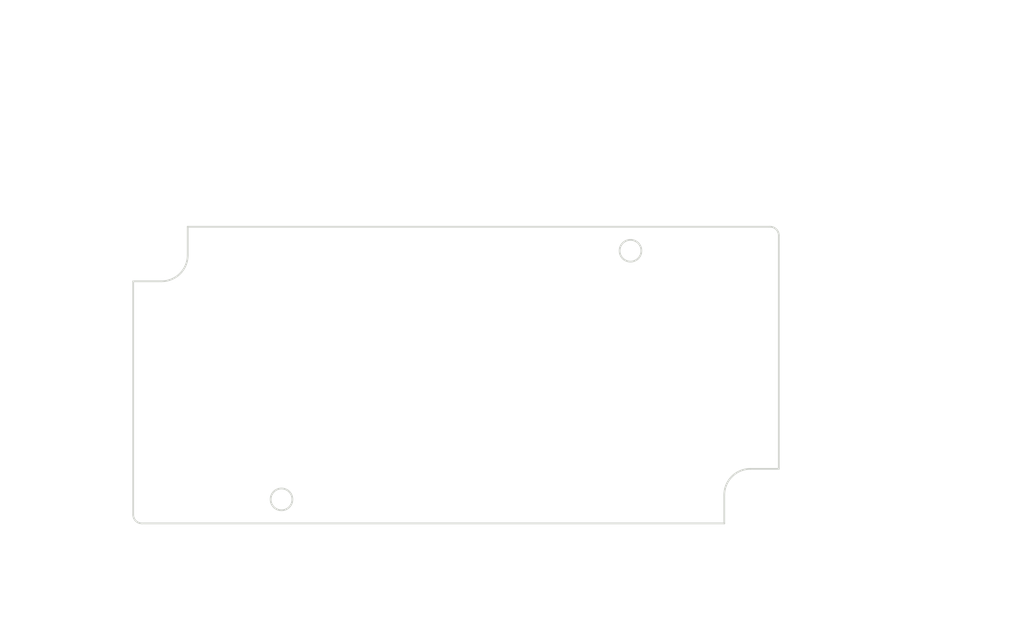
<source format=kicad_pcb>
(kicad_pcb (version 20171130) (host pcbnew "(5.1.0)-1")

  (general
    (thickness 1.6)
    (drawings 71)
    (tracks 0)
    (zones 0)
    (modules 0)
    (nets 1)
  )

  (page A4)
  (layers
    (0 F.Cu signal)
    (31 B.Cu signal)
    (32 B.Adhes user)
    (33 F.Adhes user)
    (34 B.Paste user)
    (35 F.Paste user)
    (36 B.SilkS user)
    (37 F.SilkS user)
    (38 B.Mask user)
    (39 F.Mask user)
    (40 Dwgs.User user)
    (41 Cmts.User user)
    (42 Eco1.User user)
    (43 Eco2.User user)
    (44 Edge.Cuts user)
    (45 Margin user)
    (46 B.CrtYd user)
    (47 F.CrtYd user)
    (48 B.Fab user)
    (49 F.Fab user)
  )

  (setup
    (last_trace_width 0.25)
    (trace_clearance 0.2)
    (zone_clearance 0.508)
    (zone_45_only no)
    (trace_min 0.2)
    (via_size 0.8)
    (via_drill 0.4)
    (via_min_size 0.4)
    (via_min_drill 0.3)
    (uvia_size 0.3)
    (uvia_drill 0.1)
    (uvias_allowed no)
    (uvia_min_size 0.2)
    (uvia_min_drill 0.1)
    (edge_width 0.05)
    (segment_width 0.2)
    (pcb_text_width 0.3)
    (pcb_text_size 1.5 1.5)
    (mod_edge_width 0.12)
    (mod_text_size 1 1)
    (mod_text_width 0.15)
    (pad_size 1.524 1.524)
    (pad_drill 0.762)
    (pad_to_mask_clearance 0.051)
    (solder_mask_min_width 0.25)
    (aux_axis_origin 0 0)
    (visible_elements FFFFFF7F)
    (pcbplotparams
      (layerselection 0x010fc_ffffffff)
      (usegerberextensions false)
      (usegerberattributes false)
      (usegerberadvancedattributes false)
      (creategerberjobfile false)
      (excludeedgelayer true)
      (linewidth 0.152400)
      (plotframeref false)
      (viasonmask false)
      (mode 1)
      (useauxorigin false)
      (hpglpennumber 1)
      (hpglpenspeed 20)
      (hpglpendiameter 15.000000)
      (psnegative false)
      (psa4output false)
      (plotreference true)
      (plotvalue true)
      (plotinvisibletext false)
      (padsonsilk false)
      (subtractmaskfromsilk false)
      (outputformat 1)
      (mirror false)
      (drillshape 1)
      (scaleselection 1)
      (outputdirectory ""))
  )

  (net 0 "")

  (net_class Default "This is the default net class."
    (clearance 0.2)
    (trace_width 0.25)
    (via_dia 0.8)
    (via_drill 0.4)
    (uvia_dia 0.3)
    (uvia_drill 0.1)
  )

  (gr_line (start 171.572012 122.448606) (end 104.822012 122.448606) (layer Edge.Cuts) (width 0.2))
  (gr_arc (start 104.822012 121.448606) (end 103.822012 121.448606) (angle -90) (layer Edge.Cuts) (width 0.2))
  (gr_line (start 103.822012 121.448606) (end 103.822012 94.698606) (layer Edge.Cuts) (width 0.2))
  (gr_line (start 103.822012 94.698606) (end 107.072012 94.698606) (layer Edge.Cuts) (width 0.2))
  (gr_arc (start 107.072012 91.698606) (end 107.072012 94.698606) (angle -90) (layer Edge.Cuts) (width 0.2))
  (gr_line (start 110.072012 91.698606) (end 110.072012 88.448606) (layer Edge.Cuts) (width 0.2))
  (gr_line (start 110.072012 88.448606) (end 176.822012 88.448606) (layer Edge.Cuts) (width 0.2))
  (gr_arc (start 176.822012 89.448606) (end 177.822012 89.448606) (angle -90) (layer Edge.Cuts) (width 0.2))
  (gr_line (start 177.822012 89.448606) (end 177.822012 116.198606) (layer Edge.Cuts) (width 0.2))
  (gr_line (start 177.822012 116.198606) (end 174.572012 116.198606) (layer Edge.Cuts) (width 0.2))
  (gr_arc (start 174.572012 119.198606) (end 174.572012 116.198606) (angle -90) (layer Edge.Cuts) (width 0.2))
  (gr_line (start 171.572012 119.198606) (end 171.572012 122.448606) (layer Edge.Cuts) (width 0.2))
  (gr_circle (center 160.822012 91.198606) (end 162.072012 91.198606) (layer Edge.Cuts) (width 0.2))
  (gr_circle (center 120.822012 119.698606) (end 122.072012 119.698606) (layer Edge.Cuts) (width 0.2))
  (gr_text [1.09] (at 193.324546 101.713067) (layer Dwgs.User)
    (effects (font (size 1.7 1.53) (thickness 0.2125)))
  )
  (gr_text " 27.75" (at 193.324546 98.155632) (layer Dwgs.User)
    (effects (font (size 1.7 1.53) (thickness 0.2125)))
  )
  (gr_line (start 193.324546 114.198606) (end 193.324546 103.381041) (layer Dwgs.User) (width 0.2))
  (gr_line (start 193.324546 90.448606) (end 193.324546 96.266171) (layer Dwgs.User) (width 0.2))
  (gr_line (start 178.822012 116.198606) (end 196.499546 116.198606) (layer Dwgs.User) (width 0.2))
  (gr_line (start 177.822012 88.448606) (end 196.499546 88.448606) (layer Dwgs.User) (width 0.2))
  (gr_text [1.34] (at 201.918876 108.205128) (layer Dwgs.User)
    (effects (font (size 1.7 1.53) (thickness 0.2125)))
  )
  (gr_text " 34.00" (at 201.918876 104.647113) (layer Dwgs.User)
    (effects (font (size 1.7 1.53) (thickness 0.2125)))
  )
  (gr_line (start 201.918876 120.448606) (end 201.918876 109.873682) (layer Dwgs.User) (width 0.2))
  (gr_line (start 201.918876 90.448606) (end 201.918876 102.757651) (layer Dwgs.User) (width 0.2))
  (gr_line (start 172.572012 122.448606) (end 205.093876 122.448606) (layer Dwgs.User) (width 0.2))
  (gr_line (start 177.822012 88.448606) (end 205.093876 88.448606) (layer Dwgs.User) (width 0.2))
  (gr_text [R0.04] (at 93.054898 128.406934) (layer Dwgs.User)
    (effects (font (size 1.7 1.53) (thickness 0.2125)))
  )
  (gr_text " R1.00" (at 93.054898 124.849499) (layer Dwgs.User)
    (effects (font (size 1.7 1.53) (thickness 0.2125)))
  )
  (gr_line (start 99.525669 126.517473) (end 102.654659 123.522872) (layer Dwgs.User) (width 0.2))
  (gr_line (start 97.525669 126.517473) (end 99.525669 126.517473) (layer Dwgs.User) (width 0.2))
  (gr_text [R0.12] (at 119.191167 97.722769) (layer Dwgs.User)
    (effects (font (size 1.7 1.53) (thickness 0.2125)))
  )
  (gr_text " R3.00" (at 119.191167 94.164754) (layer Dwgs.User)
    (effects (font (size 1.7 1.53) (thickness 0.2125)))
  )
  (gr_line (start 112.720396 95.833308) (end 111.106572 94.651964) (layer Dwgs.User) (width 0.2))
  (gr_line (start 114.720396 95.833308) (end 112.720396 95.833308) (layer Dwgs.User) (width 0.2))
  (gr_text [.11] (at 183.129144 101.0604) (layer Dwgs.User)
    (effects (font (size 1.7 1.53) (thickness 0.2125)))
  )
  (gr_text " 2.75" (at 183.129144 97.502964) (layer Dwgs.User)
    (effects (font (size 1.7 1.53) (thickness 0.2125)))
  )
  (gr_line (start 188.522629 99.170939) (end 186.522629 99.170939) (layer Dwgs.User) (width 0.2))
  (gr_line (start 188.522629 93.198606) (end 188.522629 99.170939) (layer Dwgs.User) (width 0.2))
  (gr_line (start 188.522629 86.448606) (end 188.522629 84.448606) (layer Dwgs.User) (width 0.2))
  (gr_line (start 161.822012 91.198606) (end 191.697629 91.198606) (layer Dwgs.User) (width 0.2))
  (gr_line (start 177.822012 88.448606) (end 191.697629 88.448606) (layer Dwgs.User) (width 0.2))
  (gr_text [.67] (at 169.322012 85.726448) (layer Dwgs.User)
    (effects (font (size 1.7 1.53) (thickness 0.2125)))
  )
  (gr_text " 17.00" (at 169.322012 82.169012) (layer Dwgs.User)
    (effects (font (size 1.7 1.53) (thickness 0.2125)))
  )
  (gr_line (start 162.822012 83.836986) (end 165.277401 83.836986) (layer Dwgs.User) (width 0.2))
  (gr_line (start 175.822012 83.836986) (end 173.366623 83.836986) (layer Dwgs.User) (width 0.2))
  (gr_line (start 160.822012 90.198606) (end 160.822012 80.661986) (layer Dwgs.User) (width 0.2))
  (gr_line (start 177.822012 88.448606) (end 177.822012 80.661986) (layer Dwgs.User) (width 0.2))
  (gr_text [1.57] (at 142.38462 133.314027) (layer Dwgs.User)
    (effects (font (size 1.7 1.53) (thickness 0.2125)))
  )
  (gr_text " 40.00" (at 142.38462 129.756592) (layer Dwgs.User)
    (effects (font (size 1.7 1.53) (thickness 0.2125)))
  )
  (gr_line (start 122.822012 131.424566) (end 138.340009 131.424566) (layer Dwgs.User) (width 0.2))
  (gr_line (start 158.822012 131.424566) (end 146.429231 131.424566) (layer Dwgs.User) (width 0.2))
  (gr_line (start 120.822012 120.698606) (end 120.822012 134.599566) (layer Dwgs.User) (width 0.2))
  (gr_line (start 160.822012 92.198606) (end 160.822012 134.599566) (layer Dwgs.User) (width 0.2))
  (gr_text [1.12] (at 92.822012 104.838067) (layer Dwgs.User)
    (effects (font (size 1.7 1.53) (thickness 0.2125)))
  )
  (gr_text " 28.50" (at 92.822012 101.280632) (layer Dwgs.User)
    (effects (font (size 1.7 1.53) (thickness 0.2125)))
  )
  (gr_line (start 92.822012 117.698606) (end 92.822012 106.506041) (layer Dwgs.User) (width 0.2))
  (gr_line (start 92.822012 93.198606) (end 92.822012 99.391171) (layer Dwgs.User) (width 0.2))
  (gr_line (start 119.822012 119.698606) (end 89.647012 119.698606) (layer Dwgs.User) (width 0.2))
  (gr_line (start 159.822012 91.198606) (end 89.647012 91.198606) (layer Dwgs.User) (width 0.2))
  (gr_text [2.67] (at 129.197012 74.338067) (layer Dwgs.User)
    (effects (font (size 1.7 1.53) (thickness 0.2125)))
  )
  (gr_text " 67.75" (at 129.197012 70.780632) (layer Dwgs.User)
    (effects (font (size 1.7 1.53) (thickness 0.2125)))
  )
  (gr_line (start 175.822012 72.448606) (end 133.2509 72.448606) (layer Dwgs.User) (width 0.2))
  (gr_line (start 112.072012 72.448606) (end 125.143124 72.448606) (layer Dwgs.User) (width 0.2))
  (gr_line (start 177.822012 88.448606) (end 177.822012 69.273606) (layer Dwgs.User) (width 0.2))
  (gr_line (start 110.072012 87.448606) (end 110.072012 69.273606) (layer Dwgs.User) (width 0.2))
  (gr_text [2.91] (at 155.572012 67.62184) (layer Dwgs.User)
    (effects (font (size 1.7 1.53) (thickness 0.2125)))
  )
  (gr_text " 74.00" (at 155.572012 64.064405) (layer Dwgs.User)
    (effects (font (size 1.7 1.53) (thickness 0.2125)))
  )
  (gr_line (start 105.822012 65.732379) (end 151.527401 65.732379) (layer Dwgs.User) (width 0.2))
  (gr_line (start 175.822012 65.732379) (end 159.616623 65.732379) (layer Dwgs.User) (width 0.2))
  (gr_line (start 103.822012 93.698606) (end 103.822012 62.557379) (layer Dwgs.User) (width 0.2))
  (gr_line (start 177.822012 88.448606) (end 177.822012 62.557379) (layer Dwgs.User) (width 0.2))

)

</source>
